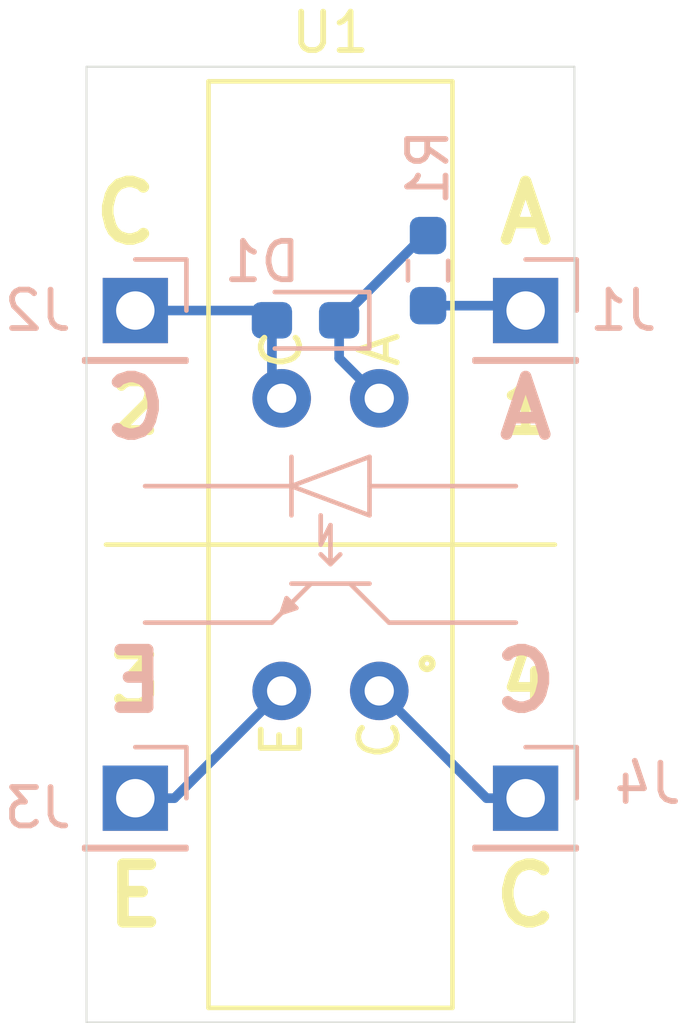
<source format=kicad_pcb>
(kicad_pcb (version 20171130) (host pcbnew "(5.1.10)-1")

  (general
    (thickness 1.6)
    (drawings 42)
    (tracks 16)
    (zones 0)
    (modules 7)
    (nets 6)
  )

  (page A4)
  (layers
    (0 F.Cu signal)
    (31 B.Cu signal)
    (32 B.Adhes user hide)
    (33 F.Adhes user hide)
    (34 B.Paste user hide)
    (35 F.Paste user hide)
    (36 B.SilkS user)
    (37 F.SilkS user)
    (38 B.Mask user)
    (39 F.Mask user)
    (40 Dwgs.User user hide)
    (41 Cmts.User user hide)
    (42 Eco1.User user hide)
    (43 Eco2.User user hide)
    (44 Edge.Cuts user)
    (45 Margin user hide)
    (46 B.CrtYd user hide)
    (47 F.CrtYd user hide)
    (48 B.Fab user hide)
    (49 F.Fab user hide)
  )

  (setup
    (last_trace_width 0.25)
    (user_trace_width 0.381)
    (trace_clearance 0.2)
    (zone_clearance 0.508)
    (zone_45_only no)
    (trace_min 0.2)
    (via_size 0.8)
    (via_drill 0.4)
    (via_min_size 0.4)
    (via_min_drill 0.3)
    (uvia_size 0.3)
    (uvia_drill 0.1)
    (uvias_allowed no)
    (uvia_min_size 0.2)
    (uvia_min_drill 0.1)
    (edge_width 0.05)
    (segment_width 0.2)
    (pcb_text_width 0.3)
    (pcb_text_size 1.5 1.5)
    (mod_edge_width 0.12)
    (mod_text_size 1 1)
    (mod_text_width 0.15)
    (pad_size 1.524 1.524)
    (pad_drill 0.762)
    (pad_to_mask_clearance 0.051)
    (solder_mask_min_width 0.25)
    (aux_axis_origin 0 0)
    (visible_elements 7FFFFFFF)
    (pcbplotparams
      (layerselection 0x010f0_ffffffff)
      (usegerberextensions false)
      (usegerberattributes false)
      (usegerberadvancedattributes false)
      (creategerberjobfile true)
      (excludeedgelayer true)
      (linewidth 0.100000)
      (plotframeref false)
      (viasonmask false)
      (mode 1)
      (useauxorigin false)
      (hpglpennumber 1)
      (hpglpenspeed 20)
      (hpglpendiameter 15.000000)
      (psnegative false)
      (psa4output false)
      (plotreference true)
      (plotvalue true)
      (plotinvisibletext false)
      (padsonsilk false)
      (subtractmaskfromsilk false)
      (outputformat 1)
      (mirror false)
      (drillshape 0)
      (scaleselection 1)
      (outputdirectory "Gerbers/"))
  )

  (net 0 "")
  (net 1 "Net-(J1-Pad1)")
  (net 2 "Net-(J3-Pad1)")
  (net 3 "Net-(D1-Pad1)")
  (net 4 "Net-(D1-Pad2)")
  (net 5 "Net-(J4-Pad1)")

  (net_class Default "This is the default net class."
    (clearance 0.2)
    (trace_width 0.25)
    (via_dia 0.8)
    (via_drill 0.4)
    (uvia_dia 0.3)
    (uvia_drill 0.1)
    (add_net "Net-(D1-Pad1)")
    (add_net "Net-(D1-Pad2)")
    (add_net "Net-(J1-Pad1)")
    (add_net "Net-(J3-Pad1)")
    (add_net "Net-(J4-Pad1)")
  )

  (module Connector_PinHeader_2.54mm:PinHeader_1x01_P2.54mm_Vertical (layer B.Cu) (tedit 59FED5CC) (tstamp 613D9D2E)
    (at 143.51 92.456 180)
    (descr "Through hole straight pin header, 1x01, 2.54mm pitch, single row")
    (tags "Through hole pin header THT 1x01 2.54mm single row")
    (path /611D61D5)
    (fp_text reference J2 (at 2.54 0 180) (layer B.SilkS)
      (effects (font (size 1 1) (thickness 0.15)) (justify mirror))
    )
    (fp_text value . (at 0 -2.33 180) (layer B.Fab)
      (effects (font (size 1 1) (thickness 0.15)) (justify mirror))
    )
    (fp_line (start 1.8 1.8) (end -1.8 1.8) (layer B.CrtYd) (width 0.05))
    (fp_line (start 1.8 -1.8) (end 1.8 1.8) (layer B.CrtYd) (width 0.05))
    (fp_line (start -1.8 -1.8) (end 1.8 -1.8) (layer B.CrtYd) (width 0.05))
    (fp_line (start -1.8 1.8) (end -1.8 -1.8) (layer B.CrtYd) (width 0.05))
    (fp_line (start -1.33 1.33) (end 0 1.33) (layer B.SilkS) (width 0.12))
    (fp_line (start -1.33 0) (end -1.33 1.33) (layer B.SilkS) (width 0.12))
    (fp_line (start -1.33 -1.27) (end 1.33 -1.27) (layer B.SilkS) (width 0.12))
    (fp_line (start 1.33 -1.27) (end 1.33 -1.33) (layer B.SilkS) (width 0.12))
    (fp_line (start -1.33 -1.27) (end -1.33 -1.33) (layer B.SilkS) (width 0.12))
    (fp_line (start -1.33 -1.33) (end 1.33 -1.33) (layer B.SilkS) (width 0.12))
    (fp_line (start -1.27 0.635) (end -0.635 1.27) (layer B.Fab) (width 0.1))
    (fp_line (start -1.27 -1.27) (end -1.27 0.635) (layer B.Fab) (width 0.1))
    (fp_line (start 1.27 -1.27) (end -1.27 -1.27) (layer B.Fab) (width 0.1))
    (fp_line (start 1.27 1.27) (end 1.27 -1.27) (layer B.Fab) (width 0.1))
    (fp_line (start -0.635 1.27) (end 1.27 1.27) (layer B.Fab) (width 0.1))
    (fp_text user %R (at 0 0 90) (layer B.Fab)
      (effects (font (size 1 1) (thickness 0.15)) (justify mirror))
    )
    (pad 1 thru_hole rect (at 0 0 180) (size 1.7 1.7) (drill 1) (layers *.Cu *.Mask)
      (net 4 "Net-(D1-Pad2)"))
    (model ${KISYS3DMOD}/Connector_PinHeader_2.54mm.3dshapes/PinHeader_1x01_P2.54mm_Vertical.wrl
      (at (xyz 0 0 0))
      (scale (xyz 1 1 1))
      (rotate (xyz 0 0 0))
    )
  )

  (module Resistor_SMD:R_0603_1608Metric_Pad0.98x0.95mm_HandSolder (layer B.Cu) (tedit 5F68FEEE) (tstamp 611D90CB)
    (at 151.13 91.4165 270)
    (descr "Resistor SMD 0603 (1608 Metric), square (rectangular) end terminal, IPC_7351 nominal with elongated pad for handsoldering. (Body size source: IPC-SM-782 page 72, https://www.pcb-3d.com/wordpress/wp-content/uploads/ipc-sm-782a_amendment_1_and_2.pdf), generated with kicad-footprint-generator")
    (tags "resistor handsolder")
    (path /611E1C3E)
    (attr smd)
    (fp_text reference R1 (at -2.6905 0 90) (layer B.SilkS)
      (effects (font (size 1 1) (thickness 0.15)) (justify mirror))
    )
    (fp_text value 240 (at 0 -1.43 90) (layer B.Fab)
      (effects (font (size 1 1) (thickness 0.15)) (justify mirror))
    )
    (fp_line (start -0.8 -0.4125) (end -0.8 0.4125) (layer B.Fab) (width 0.1))
    (fp_line (start -0.8 0.4125) (end 0.8 0.4125) (layer B.Fab) (width 0.1))
    (fp_line (start 0.8 0.4125) (end 0.8 -0.4125) (layer B.Fab) (width 0.1))
    (fp_line (start 0.8 -0.4125) (end -0.8 -0.4125) (layer B.Fab) (width 0.1))
    (fp_line (start -0.254724 0.5225) (end 0.254724 0.5225) (layer B.SilkS) (width 0.12))
    (fp_line (start -0.254724 -0.5225) (end 0.254724 -0.5225) (layer B.SilkS) (width 0.12))
    (fp_line (start -1.65 -0.73) (end -1.65 0.73) (layer B.CrtYd) (width 0.05))
    (fp_line (start -1.65 0.73) (end 1.65 0.73) (layer B.CrtYd) (width 0.05))
    (fp_line (start 1.65 0.73) (end 1.65 -0.73) (layer B.CrtYd) (width 0.05))
    (fp_line (start 1.65 -0.73) (end -1.65 -0.73) (layer B.CrtYd) (width 0.05))
    (fp_text user %R (at 0 0 90) (layer B.Fab)
      (effects (font (size 0.4 0.4) (thickness 0.06)) (justify mirror))
    )
    (pad 2 smd roundrect (at 0.9125 0 270) (size 0.975 0.95) (layers B.Cu B.Paste B.Mask) (roundrect_rratio 0.25)
      (net 1 "Net-(J1-Pad1)"))
    (pad 1 smd roundrect (at -0.9125 0 270) (size 0.975 0.95) (layers B.Cu B.Paste B.Mask) (roundrect_rratio 0.25)
      (net 3 "Net-(D1-Pad1)"))
    (model ${KISYS3DMOD}/Resistor_SMD.3dshapes/R_0603_1608Metric.wrl
      (at (xyz 0 0 0))
      (scale (xyz 1 1 1))
      (rotate (xyz 0 0 0))
    )
  )

  (module Diode_SMD:D_0603_1608Metric_Pad1.05x0.95mm_HandSolder (layer B.Cu) (tedit 5F68FEF0) (tstamp 613DA8C2)
    (at 147.941 92.71 180)
    (descr "Diode SMD 0603 (1608 Metric), square (rectangular) end terminal, IPC_7351 nominal, (Body size source: http://www.tortai-tech.com/upload/download/2011102023233369053.pdf), generated with kicad-footprint-generator")
    (tags "diode handsolder")
    (path /611DDB31)
    (attr smd)
    (fp_text reference D1 (at 1.129 1.524) (layer B.SilkS)
      (effects (font (size 1 1) (thickness 0.15)) (justify mirror))
    )
    (fp_text value 1N914 (at 0 -1.43) (layer B.Fab)
      (effects (font (size 1 1) (thickness 0.15)) (justify mirror))
    )
    (fp_line (start 1.65 -0.73) (end -1.65 -0.73) (layer B.CrtYd) (width 0.05))
    (fp_line (start 1.65 0.73) (end 1.65 -0.73) (layer B.CrtYd) (width 0.05))
    (fp_line (start -1.65 0.73) (end 1.65 0.73) (layer B.CrtYd) (width 0.05))
    (fp_line (start -1.65 -0.73) (end -1.65 0.73) (layer B.CrtYd) (width 0.05))
    (fp_line (start -1.66 -0.735) (end 0.8 -0.735) (layer B.SilkS) (width 0.12))
    (fp_line (start -1.66 0.735) (end -1.66 -0.735) (layer B.SilkS) (width 0.12))
    (fp_line (start 0.8 0.735) (end -1.66 0.735) (layer B.SilkS) (width 0.12))
    (fp_line (start 0.8 -0.4) (end 0.8 0.4) (layer B.Fab) (width 0.1))
    (fp_line (start -0.8 -0.4) (end 0.8 -0.4) (layer B.Fab) (width 0.1))
    (fp_line (start -0.8 0.1) (end -0.8 -0.4) (layer B.Fab) (width 0.1))
    (fp_line (start -0.5 0.4) (end -0.8 0.1) (layer B.Fab) (width 0.1))
    (fp_line (start 0.8 0.4) (end -0.5 0.4) (layer B.Fab) (width 0.1))
    (fp_text user %R (at 0 0) (layer B.Fab)
      (effects (font (size 0.4 0.4) (thickness 0.06)) (justify mirror))
    )
    (pad 1 smd roundrect (at -0.875 0 180) (size 1.05 0.95) (layers B.Cu B.Paste B.Mask) (roundrect_rratio 0.25)
      (net 3 "Net-(D1-Pad1)"))
    (pad 2 smd roundrect (at 0.875 0 180) (size 1.05 0.95) (layers B.Cu B.Paste B.Mask) (roundrect_rratio 0.25)
      (net 4 "Net-(D1-Pad2)"))
    (model ${KISYS3DMOD}/Diode_SMD.3dshapes/D_0603_1608Metric.wrl
      (at (xyz 0 0 0))
      (scale (xyz 1 1 1))
      (rotate (xyz 0 0 0))
    )
  )

  (module Connector_PinHeader_2.54mm:PinHeader_1x01_P2.54mm_Vertical (layer B.Cu) (tedit 59FED5CC) (tstamp 616CD9D7)
    (at 153.67 92.456 180)
    (descr "Through hole straight pin header, 1x01, 2.54mm pitch, single row")
    (tags "Through hole pin header THT 1x01 2.54mm single row")
    (path /611D39F2)
    (fp_text reference J1 (at -2.54 0 180) (layer B.SilkS)
      (effects (font (size 1 1) (thickness 0.15)) (justify mirror))
    )
    (fp_text value . (at 0 -2.33 180) (layer B.Fab)
      (effects (font (size 1 1) (thickness 0.15)) (justify mirror))
    )
    (fp_line (start -0.635 1.27) (end 1.27 1.27) (layer B.Fab) (width 0.1))
    (fp_line (start 1.27 1.27) (end 1.27 -1.27) (layer B.Fab) (width 0.1))
    (fp_line (start 1.27 -1.27) (end -1.27 -1.27) (layer B.Fab) (width 0.1))
    (fp_line (start -1.27 -1.27) (end -1.27 0.635) (layer B.Fab) (width 0.1))
    (fp_line (start -1.27 0.635) (end -0.635 1.27) (layer B.Fab) (width 0.1))
    (fp_line (start -1.33 -1.33) (end 1.33 -1.33) (layer B.SilkS) (width 0.12))
    (fp_line (start -1.33 -1.27) (end -1.33 -1.33) (layer B.SilkS) (width 0.12))
    (fp_line (start 1.33 -1.27) (end 1.33 -1.33) (layer B.SilkS) (width 0.12))
    (fp_line (start -1.33 -1.27) (end 1.33 -1.27) (layer B.SilkS) (width 0.12))
    (fp_line (start -1.33 0) (end -1.33 1.33) (layer B.SilkS) (width 0.12))
    (fp_line (start -1.33 1.33) (end 0 1.33) (layer B.SilkS) (width 0.12))
    (fp_line (start -1.8 1.8) (end -1.8 -1.8) (layer B.CrtYd) (width 0.05))
    (fp_line (start -1.8 -1.8) (end 1.8 -1.8) (layer B.CrtYd) (width 0.05))
    (fp_line (start 1.8 -1.8) (end 1.8 1.8) (layer B.CrtYd) (width 0.05))
    (fp_line (start 1.8 1.8) (end -1.8 1.8) (layer B.CrtYd) (width 0.05))
    (fp_text user %R (at 0 0 90) (layer B.Fab)
      (effects (font (size 1 1) (thickness 0.15)) (justify mirror))
    )
    (pad 1 thru_hole rect (at 0 0 180) (size 1.7 1.7) (drill 1) (layers *.Cu *.Mask)
      (net 1 "Net-(J1-Pad1)"))
    (model ${KISYS3DMOD}/Connector_PinHeader_2.54mm.3dshapes/PinHeader_1x01_P2.54mm_Vertical.wrl
      (at (xyz 0 0 0))
      (scale (xyz 1 1 1))
      (rotate (xyz 0 0 0))
    )
  )

  (module Connector_PinHeader_2.54mm:PinHeader_1x01_P2.54mm_Vertical (layer B.Cu) (tedit 59FED5CC) (tstamp 613D9D43)
    (at 143.51 105.156 180)
    (descr "Through hole straight pin header, 1x01, 2.54mm pitch, single row")
    (tags "Through hole pin header THT 1x01 2.54mm single row")
    (path /611D6A43)
    (fp_text reference J3 (at 2.54 -0.254 180) (layer B.SilkS)
      (effects (font (size 1 1) (thickness 0.15)) (justify mirror))
    )
    (fp_text value . (at 0 -2.33 180) (layer B.Fab)
      (effects (font (size 1 1) (thickness 0.15)) (justify mirror))
    )
    (fp_line (start -0.635 1.27) (end 1.27 1.27) (layer B.Fab) (width 0.1))
    (fp_line (start 1.27 1.27) (end 1.27 -1.27) (layer B.Fab) (width 0.1))
    (fp_line (start 1.27 -1.27) (end -1.27 -1.27) (layer B.Fab) (width 0.1))
    (fp_line (start -1.27 -1.27) (end -1.27 0.635) (layer B.Fab) (width 0.1))
    (fp_line (start -1.27 0.635) (end -0.635 1.27) (layer B.Fab) (width 0.1))
    (fp_line (start -1.33 -1.33) (end 1.33 -1.33) (layer B.SilkS) (width 0.12))
    (fp_line (start -1.33 -1.27) (end -1.33 -1.33) (layer B.SilkS) (width 0.12))
    (fp_line (start 1.33 -1.27) (end 1.33 -1.33) (layer B.SilkS) (width 0.12))
    (fp_line (start -1.33 -1.27) (end 1.33 -1.27) (layer B.SilkS) (width 0.12))
    (fp_line (start -1.33 0) (end -1.33 1.33) (layer B.SilkS) (width 0.12))
    (fp_line (start -1.33 1.33) (end 0 1.33) (layer B.SilkS) (width 0.12))
    (fp_line (start -1.8 1.8) (end -1.8 -1.8) (layer B.CrtYd) (width 0.05))
    (fp_line (start -1.8 -1.8) (end 1.8 -1.8) (layer B.CrtYd) (width 0.05))
    (fp_line (start 1.8 -1.8) (end 1.8 1.8) (layer B.CrtYd) (width 0.05))
    (fp_line (start 1.8 1.8) (end -1.8 1.8) (layer B.CrtYd) (width 0.05))
    (fp_text user %R (at 0 0 90) (layer B.Fab)
      (effects (font (size 1 1) (thickness 0.15)) (justify mirror))
    )
    (pad 1 thru_hole rect (at 0 0 180) (size 1.7 1.7) (drill 1) (layers *.Cu *.Mask)
      (net 2 "Net-(J3-Pad1)"))
    (model ${KISYS3DMOD}/Connector_PinHeader_2.54mm.3dshapes/PinHeader_1x01_P2.54mm_Vertical.wrl
      (at (xyz 0 0 0))
      (scale (xyz 1 1 1))
      (rotate (xyz 0 0 0))
    )
  )

  (module Connector_PinHeader_2.54mm:PinHeader_1x01_P2.54mm_Vertical (layer B.Cu) (tedit 59FED5CC) (tstamp 613D9FA3)
    (at 153.67 105.156 180)
    (descr "Through hole straight pin header, 1x01, 2.54mm pitch, single row")
    (tags "Through hole pin header THT 1x01 2.54mm single row")
    (path /611D6A9B)
    (fp_text reference J4 (at -3.175 0.381 180) (layer B.SilkS)
      (effects (font (size 1 1) (thickness 0.15)) (justify mirror))
    )
    (fp_text value . (at 0 -2.33 180) (layer B.Fab)
      (effects (font (size 1 1) (thickness 0.15)) (justify mirror))
    )
    (fp_line (start 1.8 1.8) (end -1.8 1.8) (layer B.CrtYd) (width 0.05))
    (fp_line (start 1.8 -1.8) (end 1.8 1.8) (layer B.CrtYd) (width 0.05))
    (fp_line (start -1.8 -1.8) (end 1.8 -1.8) (layer B.CrtYd) (width 0.05))
    (fp_line (start -1.8 1.8) (end -1.8 -1.8) (layer B.CrtYd) (width 0.05))
    (fp_line (start -1.33 1.33) (end 0 1.33) (layer B.SilkS) (width 0.12))
    (fp_line (start -1.33 0) (end -1.33 1.33) (layer B.SilkS) (width 0.12))
    (fp_line (start -1.33 -1.27) (end 1.33 -1.27) (layer B.SilkS) (width 0.12))
    (fp_line (start 1.33 -1.27) (end 1.33 -1.33) (layer B.SilkS) (width 0.12))
    (fp_line (start -1.33 -1.27) (end -1.33 -1.33) (layer B.SilkS) (width 0.12))
    (fp_line (start -1.33 -1.33) (end 1.33 -1.33) (layer B.SilkS) (width 0.12))
    (fp_line (start -1.27 0.635) (end -0.635 1.27) (layer B.Fab) (width 0.1))
    (fp_line (start -1.27 -1.27) (end -1.27 0.635) (layer B.Fab) (width 0.1))
    (fp_line (start 1.27 -1.27) (end -1.27 -1.27) (layer B.Fab) (width 0.1))
    (fp_line (start 1.27 1.27) (end 1.27 -1.27) (layer B.Fab) (width 0.1))
    (fp_line (start -0.635 1.27) (end 1.27 1.27) (layer B.Fab) (width 0.1))
    (fp_text user %R (at 0 0 90) (layer B.Fab)
      (effects (font (size 1 1) (thickness 0.15)) (justify mirror))
    )
    (pad 1 thru_hole rect (at 0 0 180) (size 1.7 1.7) (drill 1) (layers *.Cu *.Mask)
      (net 5 "Net-(J4-Pad1)"))
    (model ${KISYS3DMOD}/Connector_PinHeader_2.54mm.3dshapes/PinHeader_1x01_P2.54mm_Vertical.wrl
      (at (xyz 0 0 0))
      (scale (xyz 1 1 1))
      (rotate (xyz 0 0 0))
    )
  )

  (module BreakoutBoards:Optek_K81xx (layer F.Cu) (tedit 616C749E) (tstamp 616CD39A)
    (at 148.59 98.552 90)
    (path /611D28FC)
    (fp_text reference U1 (at 13.335 0 180) (layer F.SilkS)
      (effects (font (size 1 1) (thickness 0.15)))
    )
    (fp_text value EL817 (at 14.478 -9.144 90) (layer F.Fab)
      (effects (font (size 1 1) (thickness 0.15)))
    )
    (fp_circle (center -3.0988 2.5146) (end -3.1496 2.4892) (layer F.SilkS) (width 0.12))
    (fp_circle (center -3.0988 2.5146) (end -3.2004 2.3876) (layer F.SilkS) (width 0.12))
    (fp_line (start 12.065 3.175) (end 12.065 -3.175) (layer F.SilkS) (width 0.12))
    (fp_line (start -12.065 3.175) (end -12.065 -3.175) (layer F.SilkS) (width 0.12))
    (fp_line (start 12.065 -3.175) (end -12.065 -3.175) (layer F.SilkS) (width 0.12))
    (fp_line (start 12.065 3.175) (end -12.065 3.175) (layer F.SilkS) (width 0.12))
    (fp_text user A (at 5.08 1.27 90) (layer F.SilkS)
      (effects (font (size 1 1) (thickness 0.15)))
    )
    (fp_text user C (at 5.08 -1.27 90) (layer F.SilkS)
      (effects (font (size 1 1) (thickness 0.15)))
    )
    (fp_text user E (at -5.08 -1.27 90) (layer F.SilkS)
      (effects (font (size 1 1) (thickness 0.15)))
    )
    (fp_text user C (at -5.08 1.27 90) (layer F.SilkS)
      (effects (font (size 1 1) (thickness 0.15)))
    )
    (pad 1 thru_hole circle (at 3.81 1.27) (size 1.524 1.524) (drill 0.762) (layers *.Cu *.Mask)
      (net 3 "Net-(D1-Pad1)"))
    (pad 2 thru_hole circle (at 3.81 -1.27) (size 1.524 1.524) (drill 0.762) (layers *.Cu *.Mask)
      (net 4 "Net-(D1-Pad2)"))
    (pad 3 thru_hole circle (at -3.81 -1.27) (size 1.524 1.524) (drill 0.762) (layers *.Cu *.Mask)
      (net 2 "Net-(J3-Pad1)"))
    (pad 4 thru_hole circle (at -3.81 1.27) (size 1.524 1.524) (drill 0.762) (layers *.Cu *.Mask)
      (net 5 "Net-(J4-Pad1)"))
    (pad "" np_thru_hole circle (at 9.525 0) (size 3.175 3.175) (drill 3.175) (layers *.Cu *.Mask))
    (pad "" np_thru_hole circle (at -9.525 0) (size 3.175 3.175) (drill 3.175) (layers *.Cu *.Mask))
  )

  (gr_line (start 147.447 100.076) (end 147.574 100.203) (layer B.SilkS) (width 0.12))
  (gr_line (start 147.32 100.33) (end 147.447 99.949) (layer B.SilkS) (width 0.12) (tstamp 616CD706))
  (gr_line (start 147.701 100.203) (end 147.32 100.33) (layer B.SilkS) (width 0.12))
  (gr_line (start 147.447 99.949) (end 147.701 100.203) (layer B.SilkS) (width 0.12))
  (gr_line (start 147.574 100.076) (end 147.447 99.949) (layer B.SilkS) (width 0.12))
  (gr_line (start 148.59 99.06) (end 148.844 98.806) (layer B.SilkS) (width 0.12))
  (gr_line (start 148.336 98.806) (end 148.59 99.06) (layer B.SilkS) (width 0.12) (tstamp 613DA853))
  (gr_line (start 148.59 99.06) (end 148.336 98.806) (layer B.SilkS) (width 0.12))
  (gr_line (start 148.59 98.044) (end 148.59 99.06) (layer B.SilkS) (width 0.12))
  (gr_line (start 148.336 98.552) (end 148.59 98.044) (layer B.SilkS) (width 0.12))
  (gr_line (start 148.336 97.79) (end 148.336 98.552) (layer B.SilkS) (width 0.12))
  (gr_line (start 150.114 100.584) (end 153.416 100.584) (layer B.SilkS) (width 0.12))
  (gr_line (start 149.098 99.568) (end 150.114 100.584) (layer B.SilkS) (width 0.12))
  (gr_line (start 147.066 100.584) (end 143.764 100.584) (layer B.SilkS) (width 0.12))
  (gr_line (start 148.082 99.568) (end 147.066 100.584) (layer B.SilkS) (width 0.12))
  (gr_line (start 149.606 99.568) (end 147.574 99.568) (layer B.SilkS) (width 0.12))
  (gr_line (start 147.574 97.79) (end 147.574 96.266) (layer B.SilkS) (width 0.12))
  (gr_line (start 149.606 97.028) (end 153.416 97.028) (layer B.SilkS) (width 0.12))
  (gr_line (start 149.606 96.266) (end 149.606 97.028) (layer B.SilkS) (width 0.12) (tstamp 613DA82E))
  (gr_line (start 147.574 97.028) (end 149.606 96.266) (layer B.SilkS) (width 0.12))
  (gr_line (start 149.606 97.79) (end 147.574 97.028) (layer B.SilkS) (width 0.12))
  (gr_line (start 149.606 97.028) (end 149.606 97.79) (layer B.SilkS) (width 0.12))
  (gr_line (start 143.764 97.028) (end 147.574 97.028) (layer B.SilkS) (width 0.12))
  (gr_text C (at 153.67 102.108) (layer B.SilkS) (tstamp 616CD4BC)
    (effects (font (size 1.5 1.5) (thickness 0.3)) (justify mirror))
  )
  (gr_text E (at 143.51 102.108) (layer B.SilkS) (tstamp 613DA812)
    (effects (font (size 1.5 1.5) (thickness 0.3)) (justify mirror))
  )
  (gr_text C (at 143.51 94.996) (layer B.SilkS) (tstamp 613DA805)
    (effects (font (size 1.5 1.5) (thickness 0.3)) (justify mirror))
  )
  (gr_text A (at 153.67 94.996) (layer B.SilkS) (tstamp 613DA7FD)
    (effects (font (size 1.5 1.5) (thickness 0.3)) (justify mirror))
  )
  (gr_text A (at 153.67 89.916) (layer F.SilkS) (tstamp 612A44C0)
    (effects (font (size 1.5 1.5) (thickness 0.3)))
  )
  (gr_text 3 (at 143.51 102.108) (layer F.SilkS) (tstamp 612A444D)
    (effects (font (size 1.27 1.27) (thickness 0.254)))
  )
  (gr_text 4 (at 153.67 102.108) (layer F.SilkS) (tstamp 612A444D)
    (effects (font (size 1.27 1.27) (thickness 0.254)))
  )
  (gr_text 2 (at 143.51 94.996) (layer F.SilkS) (tstamp 612A444D)
    (effects (font (size 1.27 1.27) (thickness 0.254)))
  )
  (gr_line (start 142.748 98.552) (end 154.432 98.552) (layer F.SilkS) (width 0.12))
  (gr_line (start 174.244 102.616) (end 171.196 97.79) (layer Dwgs.User) (width 0.15))
  (gr_line (start 173.863 102.489) (end 174.244 102.616) (layer Dwgs.User) (width 0.15))
  (gr_text C (at 153.67 107.696) (layer F.SilkS)
    (effects (font (size 1.5 1.5) (thickness 0.3)))
  )
  (gr_text C (at 143.256 89.916) (layer F.SilkS)
    (effects (font (size 1.5 1.5) (thickness 0.3)))
  )
  (gr_text 1 (at 153.67 94.996) (layer F.SilkS)
    (effects (font (size 1.27 1.27) (thickness 0.254)))
  )
  (gr_text E (at 143.51 107.696) (layer F.SilkS)
    (effects (font (size 1.5 1.5) (thickness 0.3)))
  )
  (gr_line (start 154.94 86.106) (end 142.24 86.106) (layer Edge.Cuts) (width 0.05) (tstamp 5F63CF53))
  (gr_line (start 154.94 110.998) (end 154.94 86.106) (layer Edge.Cuts) (width 0.05))
  (gr_line (start 142.24 110.998) (end 154.94 110.998) (layer Edge.Cuts) (width 0.05))
  (gr_line (start 142.24 86.106) (end 142.24 110.998) (layer Edge.Cuts) (width 0.05) (tstamp 611C4A1D))

  (segment (start 153.623 92.503) (end 153.67 92.456) (width 0.25) (layer B.Cu) (net 1))
  (segment (start 153.543 92.329) (end 153.67 92.456) (width 0.25) (layer B.Cu) (net 1))
  (segment (start 151.13 92.329) (end 153.543 92.329) (width 0.25) (layer B.Cu) (net 1))
  (segment (start 144.526 105.156) (end 143.51 105.156) (width 0.25) (layer B.Cu) (net 2))
  (segment (start 147.32 102.362) (end 144.526 105.156) (width 0.25) (layer B.Cu) (net 2))
  (segment (start 148.816 93.698) (end 149.86 94.742) (width 0.25) (layer B.Cu) (net 3))
  (segment (start 148.816 92.71) (end 148.816 93.698) (width 0.25) (layer B.Cu) (net 3))
  (segment (start 151.022 90.504) (end 148.816 92.71) (width 0.25) (layer B.Cu) (net 3))
  (segment (start 151.13 90.504) (end 151.022 90.504) (width 0.25) (layer B.Cu) (net 3))
  (segment (start 147.621 94.695) (end 147.574 94.742) (width 0.25) (layer B.Cu) (net 4))
  (segment (start 146.812 92.456) (end 147.066 92.71) (width 0.25) (layer B.Cu) (net 4))
  (segment (start 143.51 92.456) (end 146.812 92.456) (width 0.25) (layer B.Cu) (net 4))
  (segment (start 147.066 94.488) (end 147.32 94.742) (width 0.25) (layer B.Cu) (net 4))
  (segment (start 147.066 92.71) (end 147.066 94.488) (width 0.25) (layer B.Cu) (net 4))
  (segment (start 152.654 105.156) (end 153.67 105.156) (width 0.25) (layer B.Cu) (net 5))
  (segment (start 149.86 102.362) (end 152.654 105.156) (width 0.25) (layer B.Cu) (net 5))

)

</source>
